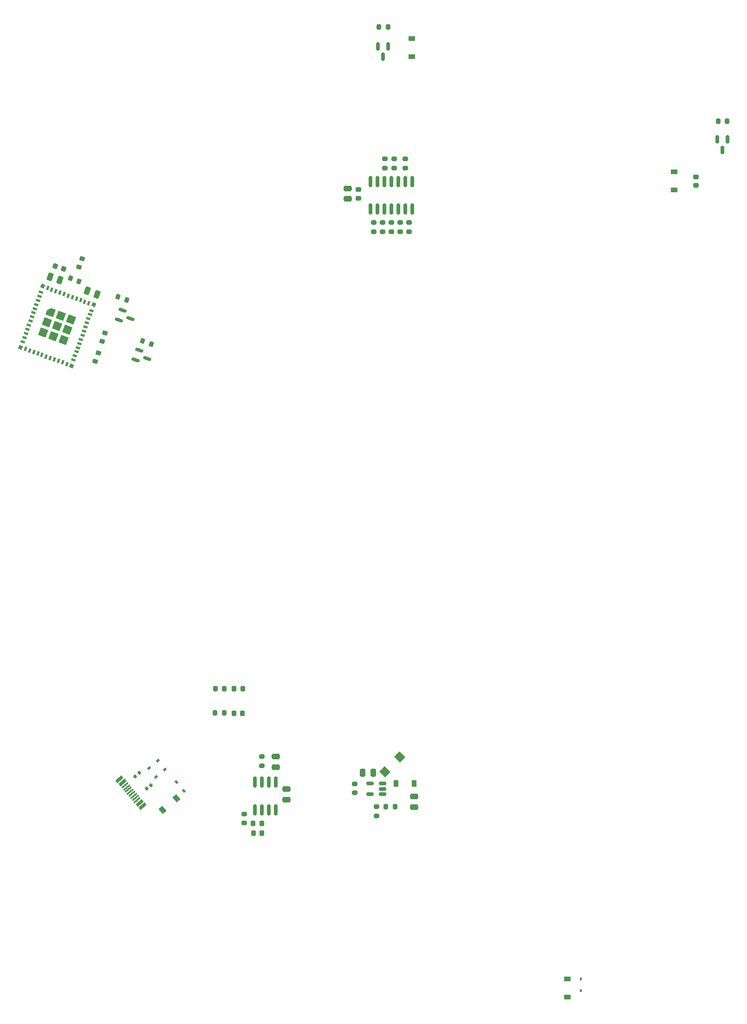
<source format=gbp>
G04 #@! TF.GenerationSoftware,KiCad,Pcbnew,6.0.11-2627ca5db0~126~ubuntu20.04.1*
G04 #@! TF.CreationDate,2023-02-06T16:11:19+01:00*
G04 #@! TF.ProjectId,Semafor,53656d61-666f-4722-9e6b-696361645f70,rev?*
G04 #@! TF.SameCoordinates,Original*
G04 #@! TF.FileFunction,Paste,Bot*
G04 #@! TF.FilePolarity,Positive*
%FSLAX46Y46*%
G04 Gerber Fmt 4.6, Leading zero omitted, Abs format (unit mm)*
G04 Created by KiCad (PCBNEW 6.0.11-2627ca5db0~126~ubuntu20.04.1) date 2023-02-06 16:11:19*
%MOMM*%
%LPD*%
G01*
G04 APERTURE LIST*
G04 Aperture macros list*
%AMRoundRect*
0 Rectangle with rounded corners*
0 $1 Rounding radius*
0 $2 $3 $4 $5 $6 $7 $8 $9 X,Y pos of 4 corners*
0 Add a 4 corners polygon primitive as box body*
4,1,4,$2,$3,$4,$5,$6,$7,$8,$9,$2,$3,0*
0 Add four circle primitives for the rounded corners*
1,1,$1+$1,$2,$3*
1,1,$1+$1,$4,$5*
1,1,$1+$1,$6,$7*
1,1,$1+$1,$8,$9*
0 Add four rect primitives between the rounded corners*
20,1,$1+$1,$2,$3,$4,$5,0*
20,1,$1+$1,$4,$5,$6,$7,0*
20,1,$1+$1,$6,$7,$8,$9,0*
20,1,$1+$1,$8,$9,$2,$3,0*%
%AMRotRect*
0 Rectangle, with rotation*
0 The origin of the aperture is its center*
0 $1 length*
0 $2 width*
0 $3 Rotation angle, in degrees counterclockwise*
0 Add horizontal line*
21,1,$1,$2,0,0,$3*%
%AMOutline5P*
0 Free polygon, 5 corners , with rotation*
0 The origin of the aperture is its center*
0 number of corners: always 5*
0 $1 to $10 corner X, Y*
0 $11 Rotation angle, in degrees counterclockwise*
0 create outline with 5 corners*
4,1,5,$1,$2,$3,$4,$5,$6,$7,$8,$9,$10,$1,$2,$11*%
%AMOutline6P*
0 Free polygon, 6 corners , with rotation*
0 The origin of the aperture is its center*
0 number of corners: always 6*
0 $1 to $12 corner X, Y*
0 $13 Rotation angle, in degrees counterclockwise*
0 create outline with 6 corners*
4,1,6,$1,$2,$3,$4,$5,$6,$7,$8,$9,$10,$11,$12,$1,$2,$13*%
%AMOutline7P*
0 Free polygon, 7 corners , with rotation*
0 The origin of the aperture is its center*
0 number of corners: always 7*
0 $1 to $14 corner X, Y*
0 $15 Rotation angle, in degrees counterclockwise*
0 create outline with 7 corners*
4,1,7,$1,$2,$3,$4,$5,$6,$7,$8,$9,$10,$11,$12,$13,$14,$1,$2,$15*%
%AMOutline8P*
0 Free polygon, 8 corners , with rotation*
0 The origin of the aperture is its center*
0 number of corners: always 8*
0 $1 to $16 corner X, Y*
0 $17 Rotation angle, in degrees counterclockwise*
0 create outline with 8 corners*
4,1,8,$1,$2,$3,$4,$5,$6,$7,$8,$9,$10,$11,$12,$13,$14,$15,$16,$1,$2,$17*%
G04 Aperture macros list end*
%ADD10RoundRect,0.200000X-0.275000X0.200000X-0.275000X-0.200000X0.275000X-0.200000X0.275000X0.200000X0*%
%ADD11R,0.900000X1.200000*%
%ADD12R,1.200000X0.900000*%
%ADD13RotRect,0.600000X0.450000X310.000000*%
%ADD14RoundRect,0.225000X0.296936X0.157969X-0.125926X0.311878X-0.296936X-0.157969X0.125926X-0.311878X0*%
%ADD15RoundRect,0.200000X-0.200000X-0.275000X0.200000X-0.275000X0.200000X0.275000X-0.200000X0.275000X0*%
%ADD16RoundRect,0.250000X-0.397383X-0.360849X0.072464X-0.531859X0.397383X0.360849X-0.072464X0.531859X0*%
%ADD17RoundRect,0.218750X-0.218750X-0.256250X0.218750X-0.256250X0.218750X0.256250X-0.218750X0.256250X0*%
%ADD18RoundRect,0.150000X-0.150000X0.587500X-0.150000X-0.587500X0.150000X-0.587500X0.150000X0.587500X0*%
%ADD19RoundRect,0.150000X-0.603372X0.059983X0.500766X-0.341891X0.603372X-0.059983X-0.500766X0.341891X0*%
%ADD20RoundRect,0.200000X0.275000X-0.200000X0.275000X0.200000X-0.275000X0.200000X-0.275000X-0.200000X0*%
%ADD21RoundRect,0.250000X0.397383X0.360849X-0.072464X0.531859X-0.397383X-0.360849X0.072464X-0.531859X0*%
%ADD22RotRect,0.600000X0.450000X220.000000*%
%ADD23RoundRect,0.250000X-0.475000X0.250000X-0.475000X-0.250000X0.475000X-0.250000X0.475000X0.250000X0*%
%ADD24RoundRect,0.200000X-0.281994X-0.190011X0.093883X-0.326819X0.281994X0.190011X-0.093883X0.326819X0*%
%ADD25RoundRect,0.218750X0.218750X0.256250X-0.218750X0.256250X-0.218750X-0.256250X0.218750X-0.256250X0*%
%ADD26RotRect,0.600000X1.450000X130.000000*%
%ADD27RotRect,0.300000X1.450000X130.000000*%
%ADD28RoundRect,0.200000X0.200000X0.275000X-0.200000X0.275000X-0.200000X-0.275000X0.200000X-0.275000X0*%
%ADD29RoundRect,0.200000X-0.190011X0.281994X-0.326819X-0.093883X0.190011X-0.281994X0.326819X0.093883X0*%
%ADD30R,0.450000X0.600000*%
%ADD31RoundRect,0.150000X-0.150000X0.825000X-0.150000X-0.825000X0.150000X-0.825000X0.150000X0.825000X0*%
%ADD32RoundRect,0.225000X-0.250000X0.225000X-0.250000X-0.225000X0.250000X-0.225000X0.250000X0.225000X0*%
%ADD33RotRect,0.800000X0.400000X250.000000*%
%ADD34RotRect,0.800000X0.400000X160.000000*%
%ADD35RotRect,1.450000X1.450000X250.000000*%
%ADD36Outline5P,-0.725000X0.725000X0.725000X0.725000X0.725000X-0.725000X-0.125004X-0.725000X-0.725000X-0.125004X250.000000*%
%ADD37RotRect,0.700000X0.700000X250.000000*%
%ADD38RoundRect,0.135000X0.015500X-0.228495X0.222332X-0.054942X-0.015500X0.228495X-0.222332X0.054942X0*%
%ADD39RoundRect,0.250000X0.475000X-0.250000X0.475000X0.250000X-0.475000X0.250000X-0.475000X-0.250000X0*%
%ADD40RoundRect,0.225000X0.250000X-0.225000X0.250000X0.225000X-0.250000X0.225000X-0.250000X-0.225000X0*%
%ADD41RoundRect,0.150000X0.512500X0.150000X-0.512500X0.150000X-0.512500X-0.150000X0.512500X-0.150000X0*%
%ADD42RoundRect,0.162500X-0.162500X0.825000X-0.162500X-0.825000X0.162500X-0.825000X0.162500X0.825000X0*%
%ADD43RoundRect,0.250000X-0.250000X-0.475000X0.250000X-0.475000X0.250000X0.475000X-0.250000X0.475000X0*%
%ADD44RotRect,0.900000X1.200000X220.000000*%
%ADD45RotRect,1.500000X1.400000X135.000000*%
G04 APERTURE END LIST*
D10*
G04 #@! TO.C,R17*
X-124340000Y155260000D03*
X-124340000Y153610000D03*
G04 #@! TD*
G04 #@! TO.C,R18*
X-120540000Y155235000D03*
X-120540000Y153585000D03*
G04 #@! TD*
D11*
G04 #@! TO.C,D17*
X-118975000Y41375000D03*
X-122275000Y41375000D03*
G04 #@! TD*
D12*
G04 #@! TO.C,D23*
X-91050000Y5725000D03*
X-91050000Y2425000D03*
G04 #@! TD*
D13*
G04 #@! TO.C,D18*
X-162274927Y41604347D03*
X-160925073Y39995653D03*
G04 #@! TD*
D14*
G04 #@! TO.C,C9*
X-182921738Y135184934D03*
X-184378262Y135715066D03*
G04 #@! TD*
D15*
G04 #@! TO.C,R15*
X-63525000Y162125000D03*
X-61875000Y162125000D03*
G04 #@! TD*
D10*
G04 #@! TO.C,R16*
X-122640000Y155235000D03*
X-122640000Y153585000D03*
G04 #@! TD*
G04 #@! TO.C,R23*
X-121540000Y143635000D03*
X-121540000Y141985000D03*
G04 #@! TD*
D16*
G04 #@! TO.C,C2*
X-178542708Y131224919D03*
X-176757292Y130575081D03*
G04 #@! TD*
D17*
G04 #@! TO.C,D16*
X-151818750Y58650000D03*
X-150243750Y58650000D03*
G04 #@! TD*
D18*
G04 #@! TO.C,Q4*
X-63700000Y158787500D03*
X-61800000Y158787500D03*
X-62750000Y156912500D03*
G04 #@! TD*
D19*
G04 #@! TO.C,Q1*
X-172805881Y125877936D03*
X-172156043Y127663352D03*
X-170719038Y126129356D03*
G04 #@! TD*
D20*
G04 #@! TO.C,R8*
X-146765000Y44612500D03*
X-146765000Y46262500D03*
G04 #@! TD*
D21*
G04 #@! TO.C,C8*
X-183557292Y133125081D03*
X-185342708Y133774919D03*
G04 #@! TD*
D10*
G04 #@! TO.C,R22*
X-124740000Y143635000D03*
X-124740000Y141985000D03*
G04 #@! TD*
D22*
G04 #@! TO.C,D19*
X-165695653Y45549927D03*
X-167304347Y44200073D03*
G04 #@! TD*
D23*
G04 #@! TO.C,C14*
X-119000000Y39000000D03*
X-119000000Y37100000D03*
G04 #@! TD*
D24*
G04 #@! TO.C,R25*
X-168475246Y122082167D03*
X-166924754Y121517833D03*
G04 #@! TD*
D25*
G04 #@! TO.C,D14*
X-146740000Y34137500D03*
X-148315000Y34137500D03*
G04 #@! TD*
D20*
G04 #@! TO.C,R9*
X-125800000Y35500000D03*
X-125800000Y37150000D03*
G04 #@! TD*
D26*
G04 #@! TO.C,J1*
X-168512290Y37210431D03*
X-169026521Y37823267D03*
D27*
X-169797866Y38742520D03*
X-170440653Y39508565D03*
X-170762047Y39891587D03*
X-171404835Y40657631D03*
D26*
X-172176180Y41576885D03*
X-172690410Y42189720D03*
X-172690410Y42189720D03*
X-172176180Y41576885D03*
D27*
X-171726229Y41040654D03*
X-171083441Y40274609D03*
X-170119260Y39125543D03*
X-169476472Y38359498D03*
D26*
X-169026521Y37823267D03*
X-168512290Y37210431D03*
G04 #@! TD*
D25*
G04 #@! TO.C,D13*
X-146727500Y32287500D03*
X-148302500Y32287500D03*
G04 #@! TD*
D28*
G04 #@! TO.C,R11*
X-153631250Y54225000D03*
X-155281250Y54225000D03*
G04 #@! TD*
D12*
G04 #@! TO.C,D21*
X-119375000Y177150000D03*
X-119375000Y173850000D03*
G04 #@! TD*
D15*
G04 #@! TO.C,R14*
X-125375000Y179300000D03*
X-123725000Y179300000D03*
G04 #@! TD*
D29*
G04 #@! TO.C,R1*
X-175317833Y123500246D03*
X-175882167Y121949754D03*
G04 #@! TD*
D30*
G04 #@! TO.C,D25*
X-88575000Y3625000D03*
X-88575000Y5725000D03*
G04 #@! TD*
D31*
G04 #@! TO.C,U5*
X-126900000Y151085000D03*
X-125630000Y151085000D03*
X-124360000Y151085000D03*
X-123090000Y151085000D03*
X-121820000Y151085000D03*
X-120550000Y151085000D03*
X-119280000Y151085000D03*
X-119280000Y146135000D03*
X-120550000Y146135000D03*
X-121820000Y146135000D03*
X-123090000Y146135000D03*
X-124360000Y146135000D03*
X-125630000Y146135000D03*
X-126900000Y146135000D03*
G04 #@! TD*
D32*
G04 #@! TO.C,C4*
X-129140000Y149634286D03*
X-129140000Y148084286D03*
G04 #@! TD*
D33*
G04 #@! TO.C,U1*
X-185803682Y131688812D03*
X-185051928Y131415196D03*
X-184300173Y131141580D03*
X-183548419Y130867964D03*
X-182796665Y130594348D03*
X-182044911Y130320731D03*
X-181293157Y130047115D03*
X-180541403Y129773499D03*
X-179789649Y129499883D03*
X-179037895Y129226267D03*
X-178286141Y128952651D03*
D34*
X-177816639Y127611171D03*
X-178090256Y126859417D03*
X-178363872Y126107663D03*
X-178637488Y125355909D03*
X-178911104Y124604154D03*
X-179184720Y123852400D03*
X-179458336Y123100646D03*
X-179731952Y122348892D03*
X-180005568Y121597138D03*
X-180279185Y120845384D03*
X-180552801Y120093630D03*
X-180826417Y119341876D03*
X-181100033Y118590122D03*
D33*
X-182321978Y117864278D03*
X-183073732Y118137894D03*
X-183825487Y118411510D03*
X-184577241Y118685126D03*
X-185328995Y118958742D03*
X-186080749Y119232359D03*
X-186832503Y119505975D03*
X-187584257Y119779591D03*
X-188336011Y120053207D03*
X-189087765Y120326823D03*
X-189839519Y120600439D03*
D34*
X-190309021Y121941919D03*
X-190035404Y122693673D03*
X-189761788Y123445427D03*
X-189488172Y124197181D03*
X-189214556Y124948936D03*
X-188940940Y125700690D03*
X-188667324Y126452444D03*
X-188393708Y127204198D03*
X-188120092Y127955952D03*
X-187846475Y128707706D03*
X-187572859Y129459460D03*
X-187299243Y130211214D03*
X-187025627Y130962968D03*
D35*
X-184062830Y124776545D03*
X-186594213Y123596142D03*
X-185918723Y125452035D03*
X-184738320Y122920652D03*
X-182882427Y122245162D03*
X-182206937Y124101055D03*
X-183387340Y126632438D03*
X-181531447Y125956948D03*
D36*
X-185243233Y127307928D03*
D37*
X-190749328Y120878374D03*
X-181446371Y117492374D03*
X-177376332Y128674716D03*
X-186679289Y132060716D03*
G04 #@! TD*
D24*
G04 #@! TO.C,R4*
X-172950246Y130082167D03*
X-171399754Y129517833D03*
G04 #@! TD*
D23*
G04 #@! TO.C,C3*
X-131090000Y149859286D03*
X-131090000Y147959286D03*
G04 #@! TD*
D10*
G04 #@! TO.C,R13*
X-129775000Y41325000D03*
X-129775000Y39675000D03*
G04 #@! TD*
D15*
G04 #@! TO.C,R10*
X-124125000Y37175000D03*
X-122475000Y37175000D03*
G04 #@! TD*
D18*
G04 #@! TO.C,Q3*
X-125600000Y175737500D03*
X-123700000Y175737500D03*
X-124650000Y173862500D03*
G04 #@! TD*
D38*
G04 #@! TO.C,R3*
X-169840683Y42672178D03*
X-169059317Y43327822D03*
G04 #@! TD*
D39*
G04 #@! TO.C,C10*
X-142215000Y38437500D03*
X-142215000Y40337500D03*
G04 #@! TD*
D29*
G04 #@! TO.C,R7*
X-176542833Y119875246D03*
X-177107167Y118324754D03*
G04 #@! TD*
D40*
G04 #@! TO.C,C25*
X-67600000Y150450000D03*
X-67600000Y152000000D03*
G04 #@! TD*
D39*
G04 #@! TO.C,C1*
X-144215000Y44387500D03*
X-144215000Y46287500D03*
G04 #@! TD*
D20*
G04 #@! TO.C,R21*
X-119890000Y141985000D03*
X-119890000Y143635000D03*
G04 #@! TD*
D41*
G04 #@! TO.C,U3*
X-124762500Y41350000D03*
X-124762500Y40400000D03*
X-124762500Y39450000D03*
X-127037500Y39450000D03*
X-127037500Y41350000D03*
G04 #@! TD*
D42*
G04 #@! TO.C,U2*
X-148020000Y41625000D03*
X-146750000Y41625000D03*
X-145480000Y41625000D03*
X-144210000Y41625000D03*
X-144210000Y36550000D03*
X-145480000Y36550000D03*
X-146750000Y36550000D03*
X-148020000Y36550000D03*
G04 #@! TD*
D38*
G04 #@! TO.C,R2*
X-167740683Y40422178D03*
X-166959317Y41077822D03*
G04 #@! TD*
D43*
G04 #@! TO.C,C13*
X-128350000Y43375000D03*
X-126450000Y43375000D03*
G04 #@! TD*
D22*
G04 #@! TO.C,D20*
X-164395653Y43949927D03*
X-166004347Y42600073D03*
G04 #@! TD*
D17*
G04 #@! TO.C,D15*
X-151843750Y54200000D03*
X-150268750Y54200000D03*
G04 #@! TD*
D24*
G04 #@! TO.C,R5*
X-181625246Y133482167D03*
X-180074754Y132917833D03*
G04 #@! TD*
D28*
G04 #@! TO.C,R12*
X-153581250Y58625000D03*
X-155231250Y58625000D03*
G04 #@! TD*
D10*
G04 #@! TO.C,R6*
X-149965000Y35812500D03*
X-149965000Y34162500D03*
G04 #@! TD*
D44*
G04 #@! TO.C,D24*
X-162336027Y38710600D03*
X-164863973Y36589400D03*
G04 #@! TD*
D19*
G04 #@! TO.C,Q2*
X-169755881Y118577936D03*
X-169106043Y120363352D03*
X-167669038Y118829356D03*
G04 #@! TD*
D29*
G04 #@! TO.C,R24*
X-179517833Y137050246D03*
X-180082167Y135499754D03*
G04 #@! TD*
D45*
G04 #@! TO.C,L1*
X-121631500Y46193500D03*
X-124318500Y43506500D03*
G04 #@! TD*
D10*
G04 #@! TO.C,R20*
X-123140000Y143635000D03*
X-123140000Y141985000D03*
G04 #@! TD*
G04 #@! TO.C,R19*
X-126340000Y143634286D03*
X-126340000Y141984286D03*
G04 #@! TD*
D12*
G04 #@! TO.C,D22*
X-71525000Y149575000D03*
X-71525000Y152875000D03*
G04 #@! TD*
M02*

</source>
